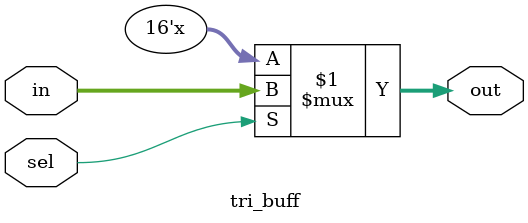
<source format=sv>
module tri_buff
(
	input [15:0] in,
	input sel,
	output [15:0] out
);


assign out = (sel) ? in : 16'hzzzz;


endmodule

</source>
